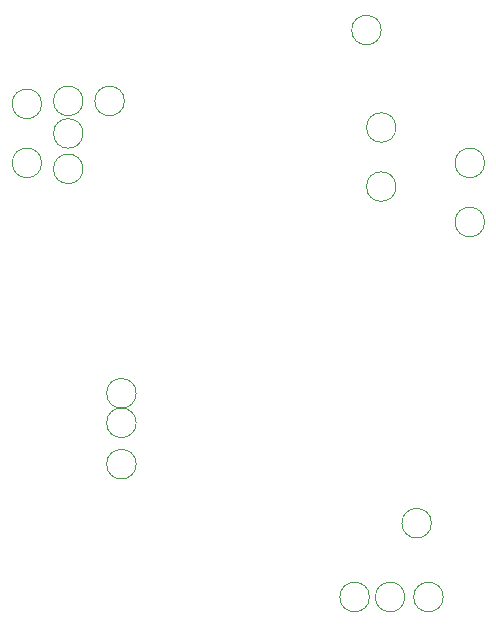
<source format=gbr>
%TF.GenerationSoftware,KiCad,Pcbnew,6.0.7+dfsg-1~bpo11+1*%
%TF.CreationDate,2022-10-07T10:39:21+00:00*%
%TF.ProjectId,redshift,72656473-6869-4667-942e-6b696361645f,0.2*%
%TF.SameCoordinates,Original*%
%TF.FileFunction,Other,User*%
%FSLAX46Y46*%
G04 Gerber Fmt 4.6, Leading zero omitted, Abs format (unit mm)*
G04 Created by KiCad (PCBNEW 6.0.7+dfsg-1~bpo11+1) date 2022-10-07 10:39:21*
%MOMM*%
%LPD*%
G01*
G04 APERTURE LIST*
%ADD10C,0.050000*%
G04 APERTURE END LIST*
D10*
%TO.C,TP5*%
X128250000Y-106000000D02*
G75*
G03*
X128250000Y-106000000I-1250000J0D01*
G01*
%TO.C,TP6*%
X157750000Y-80500000D02*
G75*
G03*
X157750000Y-80500000I-1250000J0D01*
G01*
%TO.C,TP9*%
X127250000Y-75250000D02*
G75*
G03*
X127250000Y-75250000I-1250000J0D01*
G01*
%TO.C,TP7*%
X157750000Y-85500000D02*
G75*
G03*
X157750000Y-85500000I-1250000J0D01*
G01*
%TO.C,TP13*%
X123750000Y-81000000D02*
G75*
G03*
X123750000Y-81000000I-1250000J0D01*
G01*
%TO.C,TP3*%
X128250000Y-100000000D02*
G75*
G03*
X128250000Y-100000000I-1250000J0D01*
G01*
%TO.C,TP10*%
X150250000Y-77500000D02*
G75*
G03*
X150250000Y-77500000I-1250000J0D01*
G01*
%TO.C,TP11*%
X150250000Y-82500000D02*
G75*
G03*
X150250000Y-82500000I-1250000J0D01*
G01*
%TO.C,TP2*%
X120250000Y-75500000D02*
G75*
G03*
X120250000Y-75500000I-1250000J0D01*
G01*
%TO.C,TP8*%
X123750000Y-75250000D02*
G75*
G03*
X123750000Y-75250000I-1250000J0D01*
G01*
%TO.C,TP12*%
X154250000Y-117250000D02*
G75*
G03*
X154250000Y-117250000I-1250000J0D01*
G01*
%TO.C,TP18*%
X153250000Y-111000000D02*
G75*
G03*
X153250000Y-111000000I-1250000J0D01*
G01*
%TO.C,TP17*%
X149000000Y-69250000D02*
G75*
G03*
X149000000Y-69250000I-1250000J0D01*
G01*
%TO.C,TP16*%
X148000000Y-117250000D02*
G75*
G03*
X148000000Y-117250000I-1250000J0D01*
G01*
%TO.C,TP4*%
X120250000Y-80500000D02*
G75*
G03*
X120250000Y-80500000I-1250000J0D01*
G01*
%TO.C,TP14*%
X151000000Y-117250000D02*
G75*
G03*
X151000000Y-117250000I-1250000J0D01*
G01*
%TO.C,TP1*%
X128250000Y-102500000D02*
G75*
G03*
X128250000Y-102500000I-1250000J0D01*
G01*
%TO.C,TP15*%
X123750000Y-78000000D02*
G75*
G03*
X123750000Y-78000000I-1250000J0D01*
G01*
%TD*%
M02*

</source>
